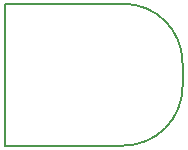
<source format=gko>
G04*
G04 #@! TF.GenerationSoftware,Altium Limited,CircuitStudio,1.5.2 (30)*
G04*
G04 Layer_Color=16720538*
%FSLAX25Y25*%
%MOIN*%
G70*
G01*
G75*
%ADD12C,0.00591*%
D12*
X433071Y393701D02*
G03*
X452756Y413386I0J19685D01*
G01*
Y421260D02*
G03*
X433071Y440945I-19685J0D01*
G01*
X393701Y393701D02*
X433071D01*
X452756Y413386D02*
Y421260D01*
X393701Y440945D02*
X433071D01*
X393701Y393701D02*
Y440945D01*
M02*

</source>
